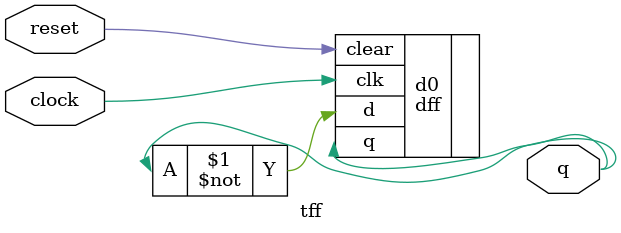
<source format=v>
`timescale 1ns / 1ps


module tff(clock, reset, q);
input clock, reset;
output q;

dff d0 (.clear(reset), .clk(clock), .d(~q), .q(q));

endmodule

</source>
